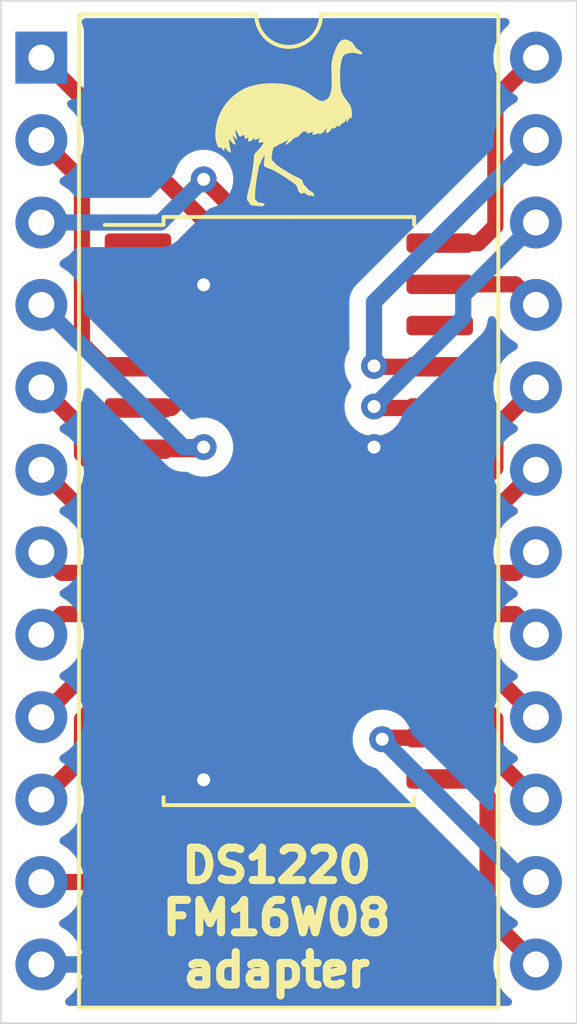
<source format=kicad_pcb>
(kicad_pcb (version 20171130) (host pcbnew "(5.1.6)-1")

  (general
    (thickness 1.6)
    (drawings 5)
    (tracks 93)
    (zones 0)
    (modules 3)
    (nets 25)
  )

  (page A4)
  (layers
    (0 F.Cu signal)
    (31 B.Cu signal)
    (32 B.Adhes user)
    (33 F.Adhes user)
    (34 B.Paste user)
    (35 F.Paste user)
    (36 B.SilkS user)
    (37 F.SilkS user)
    (38 B.Mask user)
    (39 F.Mask user)
    (40 Dwgs.User user)
    (41 Cmts.User user)
    (42 Eco1.User user)
    (43 Eco2.User user)
    (44 Edge.Cuts user)
    (45 Margin user)
    (46 B.CrtYd user)
    (47 F.CrtYd user)
    (48 B.Fab user)
    (49 F.Fab user)
  )

  (setup
    (last_trace_width 0.5)
    (user_trace_width 0.25)
    (user_trace_width 0.3)
    (user_trace_width 0.4)
    (user_trace_width 0.5)
    (trace_clearance 0.2)
    (zone_clearance 0.508)
    (zone_45_only no)
    (trace_min 0.2)
    (via_size 0.8)
    (via_drill 0.4)
    (via_min_size 0.4)
    (via_min_drill 0.3)
    (uvia_size 0.3)
    (uvia_drill 0.1)
    (uvias_allowed no)
    (uvia_min_size 0.2)
    (uvia_min_drill 0.1)
    (edge_width 0.05)
    (segment_width 0.2)
    (pcb_text_width 0.3)
    (pcb_text_size 1.5 1.5)
    (mod_edge_width 0.12)
    (mod_text_size 1 1)
    (mod_text_width 0.15)
    (pad_size 1.524 1.524)
    (pad_drill 0.762)
    (pad_to_mask_clearance 0.05)
    (aux_axis_origin 0 0)
    (visible_elements FFFFFF7F)
    (pcbplotparams
      (layerselection 0x010fc_ffffffff)
      (usegerberextensions false)
      (usegerberattributes true)
      (usegerberadvancedattributes true)
      (creategerberjobfile true)
      (excludeedgelayer true)
      (linewidth 0.020000)
      (plotframeref false)
      (viasonmask false)
      (mode 1)
      (useauxorigin false)
      (hpglpennumber 1)
      (hpglpenspeed 20)
      (hpglpendiameter 15.000000)
      (psnegative false)
      (psa4output false)
      (plotreference true)
      (plotvalue true)
      (plotinvisibletext false)
      (padsonsilk false)
      (subtractmaskfromsilk false)
      (outputformat 1)
      (mirror false)
      (drillshape 0)
      (scaleselection 1)
      (outputdirectory "gerber"))
  )

  (net 0 "")
  (net 1 "Net-(J1-Pad24)")
  (net 2 GND)
  (net 3 "Net-(J1-Pad23)")
  (net 4 "Net-(J1-Pad11)")
  (net 5 "Net-(J1-Pad22)")
  (net 6 "Net-(J1-Pad10)")
  (net 7 "Net-(J1-Pad21)")
  (net 8 "Net-(J1-Pad9)")
  (net 9 "Net-(J1-Pad20)")
  (net 10 "Net-(J1-Pad8)")
  (net 11 "Net-(J1-Pad19)")
  (net 12 "Net-(J1-Pad7)")
  (net 13 "Net-(J1-Pad18)")
  (net 14 "Net-(J1-Pad6)")
  (net 15 "Net-(J1-Pad17)")
  (net 16 "Net-(J1-Pad5)")
  (net 17 "Net-(J1-Pad16)")
  (net 18 "Net-(J1-Pad4)")
  (net 19 "Net-(J1-Pad15)")
  (net 20 "Net-(J1-Pad3)")
  (net 21 "Net-(J1-Pad14)")
  (net 22 "Net-(J1-Pad2)")
  (net 23 "Net-(J1-Pad13)")
  (net 24 "Net-(J1-Pad1)")

  (net_class Default "This is the default net class."
    (clearance 0.2)
    (trace_width 0.25)
    (via_dia 0.8)
    (via_drill 0.4)
    (uvia_dia 0.3)
    (uvia_drill 0.1)
    (add_net GND)
    (add_net "Net-(J1-Pad1)")
    (add_net "Net-(J1-Pad10)")
    (add_net "Net-(J1-Pad11)")
    (add_net "Net-(J1-Pad13)")
    (add_net "Net-(J1-Pad14)")
    (add_net "Net-(J1-Pad15)")
    (add_net "Net-(J1-Pad16)")
    (add_net "Net-(J1-Pad17)")
    (add_net "Net-(J1-Pad18)")
    (add_net "Net-(J1-Pad19)")
    (add_net "Net-(J1-Pad2)")
    (add_net "Net-(J1-Pad20)")
    (add_net "Net-(J1-Pad21)")
    (add_net "Net-(J1-Pad22)")
    (add_net "Net-(J1-Pad23)")
    (add_net "Net-(J1-Pad24)")
    (add_net "Net-(J1-Pad3)")
    (add_net "Net-(J1-Pad4)")
    (add_net "Net-(J1-Pad5)")
    (add_net "Net-(J1-Pad6)")
    (add_net "Net-(J1-Pad7)")
    (add_net "Net-(J1-Pad8)")
    (add_net "Net-(J1-Pad9)")
  )

  (module OSMU-Footprints:osmu_logo-6mm (layer F.Cu) (tedit 0) (tstamp 608EBFDB)
    (at 152.625 72)
    (fp_text reference G*** (at 0 0) (layer F.SilkS) hide
      (effects (font (size 1.524 1.524) (thickness 0.3)))
    )
    (fp_text value LOGO (at 0.75 0) (layer F.SilkS) hide
      (effects (font (size 1.524 1.524) (thickness 0.3)))
    )
    (fp_poly (pts (xy 1.7332 -2.55384) (xy 1.771212 -2.547933) (xy 1.789012 -2.543581) (xy 1.842396 -2.526179)
      (xy 1.889915 -2.504054) (xy 1.932122 -2.476949) (xy 1.934308 -2.475302) (xy 1.960168 -2.453267)
      (xy 1.980973 -2.429621) (xy 1.998967 -2.401687) (xy 2.004443 -2.391507) (xy 2.020979 -2.36086)
      (xy 2.036363 -2.335721) (xy 2.051983 -2.314557) (xy 2.069232 -2.295836) (xy 2.089499 -2.278026)
      (xy 2.114175 -2.259595) (xy 2.140088 -2.242009) (xy 2.174328 -2.218283) (xy 2.203563 -2.195671)
      (xy 2.227387 -2.174572) (xy 2.245395 -2.155386) (xy 2.257183 -2.13851) (xy 2.262346 -2.124345)
      (xy 2.262554 -2.121365) (xy 2.260816 -2.112589) (xy 2.254125 -2.108245) (xy 2.252056 -2.107668)
      (xy 2.241479 -2.106842) (xy 2.224795 -2.107764) (xy 2.203465 -2.110238) (xy 2.178951 -2.114067)
      (xy 2.152715 -2.119052) (xy 2.129692 -2.124162) (xy 2.110315 -2.12872) (xy 2.091482 -2.133057)
      (xy 2.075893 -2.136553) (xy 2.069123 -2.138012) (xy 2.054417 -2.141185) (xy 2.04035 -2.144378)
      (xy 2.035908 -2.145439) (xy 2.02878 -2.146977) (xy 2.019881 -2.148429) (xy 2.00787 -2.149957)
      (xy 1.991401 -2.151724) (xy 1.969133 -2.153892) (xy 1.95596 -2.155126) (xy 1.945453 -2.154947)
      (xy 1.928948 -2.153295) (xy 1.908064 -2.150437) (xy 1.884422 -2.146642) (xy 1.859642 -2.142175)
      (xy 1.835345 -2.137306) (xy 1.81315 -2.132302) (xy 1.804254 -2.13007) (xy 1.765805 -2.117427)
      (xy 1.731455 -2.100885) (xy 1.70212 -2.081052) (xy 1.678716 -2.058535) (xy 1.663581 -2.036668)
      (xy 1.659167 -2.026732) (xy 1.653198 -2.010796) (xy 1.64617 -1.990404) (xy 1.638578 -1.967098)
      (xy 1.630918 -1.942421) (xy 1.623685 -1.917914) (xy 1.617375 -1.895121) (xy 1.614386 -1.883507)
      (xy 1.605105 -1.841018) (xy 1.596647 -1.792001) (xy 1.589188 -1.73772) (xy 1.582902 -1.679437)
      (xy 1.578327 -1.623646) (xy 1.576888 -1.596978) (xy 1.575859 -1.564747) (xy 1.575219 -1.527903)
      (xy 1.574947 -1.487397) (xy 1.575023 -1.444179) (xy 1.575425 -1.399198) (xy 1.576133 -1.353405)
      (xy 1.577125 -1.30775) (xy 1.578381 -1.263183) (xy 1.57988 -1.220654) (xy 1.581601 -1.181113)
      (xy 1.583523 -1.145511) (xy 1.585626 -1.114796) (xy 1.587887 -1.08992) (xy 1.590288 -1.071833)
      (xy 1.590485 -1.070707) (xy 1.597068 -1.034926) (xy 1.602958 -1.005411) (xy 1.608607 -0.980698)
      (xy 1.614467 -0.959324) (xy 1.620991 -0.939822) (xy 1.62863 -0.92073) (xy 1.637837 -0.900582)
      (xy 1.649065 -0.877915) (xy 1.651502 -0.873127) (xy 1.663781 -0.849878) (xy 1.67691 -0.826739)
      (xy 1.691476 -0.802829) (xy 1.708068 -0.777267) (xy 1.727272 -0.749171) (xy 1.749677 -0.717661)
      (xy 1.775871 -0.681853) (xy 1.805894 -0.641597) (xy 1.824185 -0.61702) (xy 1.841518 -0.593312)
      (xy 1.857157 -0.571512) (xy 1.870366 -0.55266) (xy 1.880407 -0.537796) (xy 1.886543 -0.52796)
      (xy 1.887046 -0.527048) (xy 1.892749 -0.514637) (xy 1.899652 -0.496883) (xy 1.906951 -0.475997)
      (xy 1.913841 -0.454191) (xy 1.914944 -0.45045) (xy 1.924921 -0.411657) (xy 1.932104 -0.37265)
      (xy 1.936729 -0.331467) (xy 1.939035 -0.286144) (xy 1.939383 -0.248138) (xy 1.939158 -0.225783)
      (xy 1.938552 -0.209168) (xy 1.937266 -0.196218) (xy 1.935001 -0.184859) (xy 1.931457 -0.173015)
      (xy 1.926565 -0.159238) (xy 1.918914 -0.140273) (xy 1.91239 -0.128799) (xy 1.906596 -0.124645)
      (xy 1.901134 -0.127638) (xy 1.895608 -0.137604) (xy 1.892897 -0.144584) (xy 1.88855 -0.155489)
      (xy 1.884905 -0.162581) (xy 1.883385 -0.164123) (xy 1.879098 -0.160838) (xy 1.872324 -0.151949)
      (xy 1.863943 -0.13891) (xy 1.854831 -0.123171) (xy 1.845865 -0.106185) (xy 1.837924 -0.089403)
      (xy 1.837145 -0.087621) (xy 1.828131 -0.066879) (xy 1.821482 -0.052102) (xy 1.81648 -0.042069)
      (xy 1.81241 -0.035563) (xy 1.808554 -0.031363) (xy 1.804198 -0.028251) (xy 1.801222 -0.026502)
      (xy 1.793188 -0.022373) (xy 1.788658 -0.022692) (xy 1.784463 -0.027844) (xy 1.783968 -0.028597)
      (xy 1.780695 -0.037837) (xy 1.778086 -0.054224) (xy 1.776241 -0.077113) (xy 1.776103 -0.079715)
      (xy 1.775034 -0.097313) (xy 1.77381 -0.112041) (xy 1.772598 -0.122131) (xy 1.771756 -0.125664)
      (xy 1.768179 -0.126359) (xy 1.7632 -0.120989) (xy 1.757659 -0.110978) (xy 1.752395 -0.097748)
      (xy 1.749471 -0.087907) (xy 1.739935 -0.057471) (xy 1.728604 -0.033842) (xy 1.71505 -0.016133)
      (xy 1.714934 -0.016015) (xy 1.701716 -0.005174) (xy 1.685458 0.004586) (xy 1.668849 0.011913)
      (xy 1.654579 0.015455) (xy 1.652024 0.015593) (xy 1.64598 0.016761) (xy 1.639498 0.020948)
      (xy 1.631349 0.029244) (xy 1.620304 0.042736) (xy 1.617825 0.045916) (xy 1.600354 0.06821)
      (xy 1.586611 0.085084) (xy 1.575703 0.097423) (xy 1.56674 0.106111) (xy 1.55883 0.112033)
      (xy 1.551081 0.116074) (xy 1.544729 0.118437) (xy 1.532939 0.121776) (xy 1.525722 0.121397)
      (xy 1.521538 0.116114) (xy 1.518847 0.104743) (xy 1.517766 0.097693) (xy 1.515138 0.08274)
      (xy 1.512118 0.075233) (xy 1.50782 0.074815) (xy 1.501355 0.081133) (xy 1.495489 0.088792)
      (xy 1.48595 0.100525) (xy 1.472941 0.114889) (xy 1.458825 0.12931) (xy 1.454522 0.133457)
      (xy 1.428911 0.156324) (xy 1.407317 0.172564) (xy 1.389669 0.182207) (xy 1.375898 0.185287)
      (xy 1.365931 0.181835) (xy 1.361328 0.175846) (xy 1.356643 0.165467) (xy 1.35397 0.158262)
      (xy 1.352153 0.154901) (xy 1.348992 0.155196) (xy 1.343318 0.15987) (xy 1.333959 0.169648)
      (xy 1.331854 0.171939) (xy 1.320928 0.184268) (xy 1.307214 0.200322) (xy 1.292759 0.217683)
      (xy 1.283672 0.228851) (xy 1.257391 0.259566) (xy 1.233295 0.283453) (xy 1.210769 0.300981)
      (xy 1.189195 0.312619) (xy 1.167958 0.318833) (xy 1.164497 0.319363) (xy 1.15361 0.319971)
      (xy 1.148054 0.317648) (xy 1.146602 0.315183) (xy 1.146586 0.309521) (xy 1.147983 0.297524)
      (xy 1.150591 0.280505) (xy 1.15421 0.259775) (xy 1.158636 0.236648) (xy 1.158724 0.236212)
      (xy 1.164593 0.205806) (xy 1.168398 0.182852) (xy 1.169918 0.167209) (xy 1.168931 0.158733)
      (xy 1.165213 0.157283) (xy 1.158542 0.162714) (xy 1.148696 0.174885) (xy 1.135453 0.193653)
      (xy 1.122497 0.212969) (xy 1.103923 0.240464) (xy 1.088321 0.262219) (xy 1.074789 0.279281)
      (xy 1.062429 0.2927) (xy 1.050341 0.303525) (xy 1.037623 0.312805) (xy 1.035802 0.314001)
      (xy 1.017043 0.325715) (xy 1.001483 0.334084) (xy 0.986142 0.340545) (xy 0.969108 0.346213)
      (xy 0.954203 0.35033) (xy 0.944951 0.351197) (xy 0.939725 0.348412) (xy 0.936897 0.341567)
      (xy 0.93615 0.338016) (xy 0.933582 0.328999) (xy 0.930574 0.324465) (xy 0.930073 0.324339)
      (xy 0.925325 0.325511) (xy 0.914524 0.328744) (xy 0.899031 0.333615) (xy 0.880201 0.3397)
      (xy 0.868652 0.343498) (xy 0.837135 0.353665) (xy 0.811834 0.361161) (xy 0.791696 0.366194)
      (xy 0.775671 0.368972) (xy 0.762709 0.369702) (xy 0.751757 0.368592) (xy 0.747137 0.36753)
      (xy 0.737156 0.363983) (xy 0.731343 0.360255) (xy 0.730738 0.358982) (xy 0.731921 0.351664)
      (xy 0.73499 0.339446) (xy 0.739222 0.324795) (xy 0.743898 0.310178) (xy 0.748295 0.298062)
      (xy 0.749157 0.295968) (xy 0.752537 0.286249) (xy 0.753394 0.279805) (xy 0.753015 0.278882)
      (xy 0.74863 0.279228) (xy 0.73851 0.281965) (xy 0.724195 0.286629) (xy 0.708442 0.292299)
      (xy 0.673466 0.305227) (xy 0.644913 0.315315) (xy 0.622002 0.322751) (xy 0.603951 0.327721)
      (xy 0.589979 0.330412) (xy 0.579303 0.331012) (xy 0.571142 0.329708) (xy 0.564723 0.326692)
      (xy 0.55933 0.322338) (xy 0.556365 0.316724) (xy 0.555122 0.307569) (xy 0.554892 0.294941)
      (xy 0.554908 0.284414) (xy 0.554213 0.276988) (xy 0.551696 0.272319) (xy 0.546245 0.270064)
      (xy 0.536748 0.269877) (xy 0.522095 0.271416) (xy 0.501173 0.274335) (xy 0.492369 0.27559)
      (xy 0.464277 0.280041) (xy 0.442305 0.284992) (xy 0.42477 0.291326) (xy 0.409986 0.299928)
      (xy 0.396268 0.311682) (xy 0.381931 0.327472) (xy 0.373259 0.338087) (xy 0.344205 0.372175)
      (xy 0.316793 0.399424) (xy 0.290255 0.42043) (xy 0.26382 0.43579) (xy 0.23672 0.446098)
      (xy 0.232189 0.447339) (xy 0.214079 0.452389) (xy 0.198615 0.457759) (xy 0.184644 0.464235)
      (xy 0.171011 0.472608) (xy 0.156562 0.483666) (xy 0.140144 0.498196) (xy 0.120602 0.516987)
      (xy 0.099815 0.537763) (xy 0.076095 0.560245) (xy 0.048677 0.583878) (xy 0.020003 0.606687)
      (xy -0.007487 0.626698) (xy -0.022228 0.636434) (xy -0.03312 0.643602) (xy -0.040949 0.649351)
      (xy -0.04372 0.652045) (xy -0.04737 0.654922) (xy -0.05589 0.660275) (xy -0.067231 0.666941)
      (xy -0.079346 0.673757) (xy -0.090187 0.679562) (xy -0.097706 0.683194) (xy -0.099749 0.683846)
      (xy -0.099642 0.680691) (xy -0.097025 0.672684) (xy -0.092778 0.662018) (xy -0.087782 0.650884)
      (xy -0.082916 0.641472) (xy -0.082312 0.640445) (xy -0.077366 0.632685) (xy -0.069351 0.620622)
      (xy -0.059676 0.606363) (xy -0.055402 0.600149) (xy -0.044483 0.582769) (xy -0.035196 0.565048)
      (xy -0.028264 0.54868) (xy -0.024408 0.535364) (xy -0.024287 0.52697) (xy -0.027846 0.526942)
      (xy -0.035811 0.530784) (xy -0.045036 0.536699) (xy -0.069609 0.553844) (xy -0.089309 0.567271)
      (xy -0.105571 0.57788) (xy -0.119828 0.586568) (xy -0.133513 0.594234) (xy -0.148062 0.601778)
      (xy -0.152105 0.603801) (xy -0.170033 0.612486) (xy -0.192415 0.622975) (xy -0.216513 0.634004)
      (xy -0.239593 0.644307) (xy -0.241675 0.645221) (xy -0.28744 0.666427) (xy -0.327143 0.687432)
      (xy -0.362453 0.709162) (xy -0.382587 0.723196) (xy -0.395408 0.73211) (xy -0.406296 0.738883)
      (xy -0.413397 0.742387) (xy -0.414534 0.742633) (xy -0.421508 0.744052) (xy -0.43215 0.747383)
      (xy -0.435708 0.748672) (xy -0.447877 0.752739) (xy -0.458492 0.75548) (xy -0.460405 0.755809)
      (xy -0.469062 0.758243) (xy -0.473032 0.760638) (xy -0.475593 0.76604) (xy -0.479437 0.777749)
      (xy -0.484218 0.794428) (xy -0.489587 0.81474) (xy -0.495197 0.83735) (xy -0.500701 0.860919)
      (xy -0.50575 0.884113) (xy -0.507938 0.894862) (xy -0.517923 0.950065) (xy -0.525047 1.000268)
      (xy -0.529299 1.045108) (xy -0.53067 1.084221) (xy -0.529148 1.117244) (xy -0.524724 1.143814)
      (xy -0.517386 1.163567) (xy -0.515709 1.166445) (xy -0.508437 1.174779) (xy -0.497037 1.184493)
      (xy -0.486489 1.191846) (xy -0.467 1.207052) (xy -0.4518 1.226467) (xy -0.451044 1.227688)
      (xy -0.438312 1.245112) (xy -0.420041 1.265425) (xy -0.39742 1.287539) (xy -0.371638 1.310364)
      (xy -0.343883 1.332813) (xy -0.315343 1.353796) (xy -0.307526 1.359157) (xy -0.279846 1.377516)
      (xy -0.246613 1.399037) (xy -0.208977 1.423014) (xy -0.168086 1.44874) (xy -0.12509 1.475508)
      (xy -0.081137 1.502612) (xy -0.037377 1.529345) (xy 0.005042 1.554999) (xy 0.04497 1.578869)
      (xy 0.081258 1.600246) (xy 0.112758 1.618425) (xy 0.127 1.626455) (xy 0.148021 1.637673)
      (xy 0.172515 1.64997) (xy 0.196715 1.661483) (xy 0.209062 1.667037) (xy 0.237099 1.67964)
      (xy 0.266046 1.693282) (xy 0.294646 1.707315) (xy 0.321644 1.721092) (xy 0.345781 1.733966)
      (xy 0.365801 1.745291) (xy 0.380448 1.75442) (xy 0.384748 1.757483) (xy 0.398386 1.769594)
      (xy 0.406366 1.781462) (xy 0.408729 1.787813) (xy 0.415604 1.808246) (xy 0.425193 1.832895)
      (xy 0.436403 1.859149) (xy 0.448139 1.884398) (xy 0.454497 1.897052) (xy 0.462691 1.911872)
      (xy 0.471228 1.92482) (xy 0.481327 1.937303) (xy 0.494212 1.950726) (xy 0.511102 1.966494)
      (xy 0.527332 1.980879) (xy 0.549167 2.003506) (xy 0.562956 2.024676) (xy 0.575236 2.043025)
      (xy 0.593837 2.062813) (xy 0.617628 2.083116) (xy 0.645479 2.103013) (xy 0.67626 2.12158)
      (xy 0.691429 2.12959) (xy 0.721825 2.148906) (xy 0.746604 2.173081) (xy 0.765242 2.201418)
      (xy 0.777209 2.233219) (xy 0.780041 2.246943) (xy 0.781118 2.260378) (xy 0.778521 2.267929)
      (xy 0.77144 2.270049) (xy 0.759063 2.267194) (xy 0.749995 2.263785) (xy 0.71838 2.253671)
      (xy 0.68746 2.248789) (xy 0.661793 2.249218) (xy 0.639725 2.248794) (xy 0.614088 2.243225)
      (xy 0.586555 2.233166) (xy 0.5588 2.219266) (xy 0.532496 2.202179) (xy 0.52386 2.195498)
      (xy 0.509292 2.183806) (xy 0.494443 2.172106) (xy 0.480625 2.161405) (xy 0.469149 2.15271)
      (xy 0.461329 2.147029) (xy 0.458525 2.145323) (xy 0.456387 2.148527) (xy 0.452679 2.156427)
      (xy 0.451864 2.158344) (xy 0.441554 2.174855) (xy 0.427405 2.184691) (xy 0.409814 2.187599)
      (xy 0.4064 2.187375) (xy 0.3839 2.182049) (xy 0.360256 2.17113) (xy 0.337448 2.156034)
      (xy 0.317458 2.138177) (xy 0.302266 2.118973) (xy 0.297061 2.109247) (xy 0.292952 2.097836)
      (xy 0.288241 2.081545) (xy 0.283712 2.063187) (xy 0.282035 2.055446) (xy 0.27185 2.015056)
      (xy 0.258909 1.980792) (xy 0.242417 1.951217) (xy 0.22158 1.924893) (xy 0.197081 1.901624)
      (xy 0.176343 1.884925) (xy 0.149603 1.864731) (xy 0.117592 1.841517) (xy 0.08104 1.815758)
      (xy 0.040679 1.787928) (xy -0.002761 1.758502) (xy -0.048549 1.727954) (xy -0.095954 1.69676)
      (xy -0.144246 1.665394) (xy -0.192694 1.63433) (xy -0.240567 1.604043) (xy -0.287134 1.575007)
      (xy -0.331665 1.547698) (xy -0.373429 1.52259) (xy -0.411696 1.500157) (xy -0.445734 1.480874)
      (xy -0.474812 1.465216) (xy -0.474833 1.465205) (xy -0.502004 1.452326) (xy -0.533116 1.439574)
      (xy -0.564419 1.428463) (xy -0.570572 1.42651) (xy -0.614645 1.412372) (xy -0.651681 1.399394)
      (xy -0.682315 1.387243) (xy -0.707184 1.375587) (xy -0.72692 1.364095) (xy -0.742161 1.352434)
      (xy -0.75354 1.340273) (xy -0.761694 1.32728) (xy -0.762134 1.326386) (xy -0.766574 1.31599)
      (xy -0.768797 1.306312) (xy -0.769161 1.294492) (xy -0.768103 1.278601) (xy -0.7662 1.258973)
      (xy -0.763403 1.233346) (xy -0.759929 1.20346) (xy -0.755994 1.171054) (xy -0.751814 1.137864)
      (xy -0.747607 1.105631) (xy -0.743588 1.076092) (xy -0.739973 1.050985) (xy -0.738822 1.043424)
      (xy -0.736052 1.024906) (xy -0.733932 1.009421) (xy -0.732655 0.998468) (xy -0.732411 0.99355)
      (xy -0.732461 0.993437) (xy -0.735092 0.995895) (xy -0.741266 1.003643) (xy -0.750136 1.0155)
      (xy -0.760858 1.030287) (xy -0.772588 1.046824) (xy -0.78448 1.063933) (xy -0.795691 1.080433)
      (xy -0.805375 1.095146) (xy -0.805993 1.096108) (xy -0.824023 1.125993) (xy -0.838092 1.153852)
      (xy -0.849713 1.183024) (xy -0.859807 1.2148) (xy -0.8657 1.234429) (xy -0.870565 1.248323)
      (xy -0.87531 1.258316) (xy -0.880843 1.266246) (xy -0.888072 1.273947) (xy -0.889961 1.275776)
      (xy -0.896633 1.282881) (xy -0.902521 1.291045) (xy -0.907875 1.301089) (xy -0.912948 1.313834)
      (xy -0.917991 1.3301) (xy -0.923255 1.350709) (xy -0.928993 1.376481) (xy -0.935454 1.408237)
      (xy -0.942892 1.446797) (xy -0.943759 1.451378) (xy -0.966238 1.574095) (xy -0.985891 1.689554)
      (xy -1.002722 1.79778) (xy -1.016734 1.898801) (xy -1.02793 1.992642) (xy -1.036314 2.07933)
      (xy -1.041889 2.158893) (xy -1.044658 2.231356) (xy -1.044982 2.258646) (xy -1.045055 2.291889)
      (xy -1.044762 2.31845) (xy -1.04373 2.339464) (xy -1.041584 2.356065) (xy -1.037952 2.369386)
      (xy -1.032458 2.380563) (xy -1.024731 2.390728) (xy -1.014395 2.401016) (xy -1.001077 2.412561)
      (xy -0.991666 2.420425) (xy -0.975229 2.433698) (xy -0.959253 2.445836) (xy -0.945529 2.455525)
      (xy -0.935849 2.461448) (xy -0.935604 2.461572) (xy -0.923141 2.466151) (xy -0.904319 2.470872)
      (xy -0.880576 2.4754) (xy -0.866798 2.477562) (xy -0.83718 2.482017) (xy -0.814187 2.485796)
      (xy -0.796688 2.489156) (xy -0.783548 2.492351) (xy -0.773634 2.495637) (xy -0.765814 2.499269)
      (xy -0.762878 2.500961) (xy -0.752722 2.51038) (xy -0.75006 2.52178) (xy -0.754895 2.535236)
      (xy -0.764388 2.547782) (xy -0.773582 2.55681) (xy -0.783571 2.563799) (xy -0.795308 2.568878)
      (xy -0.809751 2.572175) (xy -0.827855 2.573818) (xy -0.850575 2.573937) (xy -0.878866 2.572658)
      (xy -0.913684 2.57011) (xy -0.924169 2.569235) (xy -0.969551 2.565352) (xy -1.00786 2.562011)
      (xy -1.039814 2.559132) (xy -1.06613 2.556632) (xy -1.087526 2.554433) (xy -1.104719 2.552452)
      (xy -1.118428 2.550609) (xy -1.12937 2.548823) (xy -1.138262 2.547014) (xy -1.145823 2.545101)
      (xy -1.150298 2.543784) (xy -1.170066 2.53645) (xy -1.183918 2.527653) (xy -1.193745 2.515555)
      (xy -1.201437 2.498318) (xy -1.203569 2.492001) (xy -1.213441 2.467829) (xy -1.226148 2.449411)
      (xy -1.243088 2.434819) (xy -1.246826 2.432367) (xy -1.260678 2.419698) (xy -1.272516 2.400492)
      (xy -1.277721 2.388902) (xy -1.281147 2.378083) (xy -1.283254 2.365666) (xy -1.2845 2.349284)
      (xy -1.285047 2.335973) (xy -1.285219 2.315078) (xy -1.284487 2.293718) (xy -1.283001 2.275158)
      (xy -1.281959 2.267588) (xy -1.280149 2.258632) (xy -1.276659 2.242924) (xy -1.271687 2.221302)
      (xy -1.265431 2.194602) (xy -1.258088 2.163658) (xy -1.249855 2.129307) (xy -1.24093 2.092385)
      (xy -1.231512 2.053729) (xy -1.229062 2.043723) (xy -1.214516 1.984162) (xy -1.201702 1.931076)
      (xy -1.190409 1.883373) (xy -1.180422 1.839958) (xy -1.171529 1.799737) (xy -1.163518 1.761617)
      (xy -1.156175 1.724505) (xy -1.149288 1.687305) (xy -1.142645 1.648926) (xy -1.136032 1.608272)
      (xy -1.129237 1.56425) (xy -1.122048 1.515767) (xy -1.11425 1.461729) (xy -1.109816 1.430586)
      (xy -1.102577 1.379147) (xy -1.096467 1.334721) (xy -1.091406 1.296597) (xy -1.087313 1.264068)
      (xy -1.084109 1.236425) (xy -1.081713 1.212958) (xy -1.080045 1.192958) (xy -1.079024 1.175717)
      (xy -1.078569 1.160525) (xy -1.078528 1.154621) (xy -1.077104 1.115914) (xy -1.073066 1.076761)
      (xy -1.066748 1.038984) (xy -1.058485 1.004406) (xy -1.048612 0.974851) (xy -1.043302 0.962783)
      (xy -1.034314 0.947386) (xy -1.023178 0.932402) (xy -1.015031 0.923707) (xy -0.982461 0.892693)
      (xy -0.949284 0.85873) (xy -0.916359 0.822859) (xy -0.884547 0.786124) (xy -0.854706 0.749566)
      (xy -0.827697 0.714227) (xy -0.804378 0.68115) (xy -0.78561 0.651377) (xy -0.776123 0.634023)
      (xy -0.765776 0.613508) (xy -0.837157 0.613502) (xy -0.863575 0.613393) (xy -0.883431 0.613004)
      (xy -0.897977 0.612234) (xy -0.908465 0.610983) (xy -0.916147 0.60915) (xy -0.922215 0.606663)
      (xy -0.931211 0.601) (xy -0.936215 0.594328) (xy -0.937022 0.585755) (xy -0.933424 0.574391)
      (xy -0.925216 0.559344) (xy -0.912189 0.539721) (xy -0.90404 0.528242) (xy -0.893867 0.513811)
      (xy -0.884942 0.500616) (xy -0.878648 0.490724) (xy -0.877047 0.48791) (xy -0.871654 0.477588)
      (xy -0.929474 0.494665) (xy -0.958117 0.503274) (xy -0.98037 0.51036) (xy -0.997407 0.516367)
      (xy -1.010403 0.521738) (xy -1.02053 0.526917) (xy -1.028697 0.532158) (xy -1.040364 0.53761)
      (xy -1.049284 0.536539) (xy -1.054624 0.53) (xy -1.055547 0.519048) (xy -1.051219 0.504737)
      (xy -1.050917 0.504093) (xy -1.044828 0.490015) (xy -1.039984 0.476479) (xy -1.037009 0.465507)
      (xy -1.036525 0.45912) (xy -1.036856 0.458488) (xy -1.040809 0.459932) (xy -1.050342 0.466149)
      (xy -1.065075 0.476854) (xy -1.08463 0.491762) (xy -1.108628 0.510589) (xy -1.136691 0.533049)
      (xy -1.145327 0.540032) (xy -1.166747 0.556781) (xy -1.184005 0.568676) (xy -1.198443 0.576416)
      (xy -1.211403 0.580696) (xy -1.224227 0.582213) (xy -1.226668 0.582246) (xy -1.238996 0.580755)
      (xy -1.246766 0.575527) (xy -1.248286 0.573561) (xy -1.251696 0.567323) (xy -1.253558 0.559639)
      (xy -1.253848 0.549175) (xy -1.252541 0.534598) (xy -1.249612 0.514574) (xy -1.246864 0.498231)
      (xy -1.244153 0.480673) (xy -1.242487 0.465933) (xy -1.24202 0.455711) (xy -1.242687 0.451839)
      (xy -1.247073 0.452482) (xy -1.256463 0.456906) (xy -1.269473 0.464389) (xy -1.281953 0.472354)
      (xy -1.302379 0.485117) (xy -1.318093 0.492913) (xy -1.330111 0.496088) (xy -1.339453 0.494987)
      (xy -1.343118 0.49315) (xy -1.349519 0.485082) (xy -1.355358 0.469555) (xy -1.360532 0.446913)
      (xy -1.363994 0.42485) (xy -1.366668 0.408105) (xy -1.36969 0.394172) (xy -1.372606 0.384958)
      (xy -1.374114 0.38249) (xy -1.377828 0.380762) (xy -1.383578 0.38077) (xy -1.392293 0.382811)
      (xy -1.404901 0.387184) (xy -1.422331 0.394187) (xy -1.445512 0.40412) (xy -1.456911 0.409116)
      (xy -1.476458 0.417629) (xy -1.490234 0.423263) (xy -1.499581 0.426377) (xy -1.505842 0.427329)
      (xy -1.510358 0.426479) (xy -1.514137 0.424406) (xy -1.518856 0.419181) (xy -1.526472 0.408265)
      (xy -1.536219 0.392867) (xy -1.547329 0.374198) (xy -1.558424 0.354575) (xy -1.575189 0.324305)
      (xy -1.588847 0.299996) (xy -1.599975 0.280716) (xy -1.609149 0.265532) (xy -1.616947 0.253512)
      (xy -1.623944 0.243723) (xy -1.630718 0.235235) (xy -1.636009 0.22915) (xy -1.645219 0.21945)
      (xy -1.650816 0.215316) (xy -1.653878 0.216067) (xy -1.654568 0.217401) (xy -1.656047 0.22777)
      (xy -1.655376 0.2448) (xy -1.652685 0.267675) (xy -1.648101 0.295578) (xy -1.641754 0.327696)
      (xy -1.633772 0.363211) (xy -1.627494 0.388816) (xy -1.620981 0.416372) (xy -1.615552 0.44296)
      (xy -1.611364 0.467431) (xy -1.608575 0.488636) (xy -1.607343 0.505425) (xy -1.607827 0.51665)
      (xy -1.609368 0.520685) (xy -1.614174 0.522174) (xy -1.620513 0.51716) (xy -1.621252 0.516323)
      (xy -1.641474 0.492122) (xy -1.661571 0.466106) (xy -1.67763 0.444063) (xy -1.688279 0.429672)
      (xy -1.698219 0.417136) (xy -1.706001 0.408244) (xy -1.708892 0.40551) (xy -1.71783 0.400623)
      (xy -1.726827 0.398826) (xy -1.733323 0.40031) (xy -1.735015 0.403586) (xy -1.733737 0.408538)
      (xy -1.730148 0.419749) (xy -1.724618 0.436136) (xy -1.717515 0.456618) (xy -1.709209 0.48011)
      (xy -1.703372 0.496394) (xy -1.688781 0.536923) (xy -1.676666 0.570737) (xy -1.666836 0.598467)
      (xy -1.6591 0.620744) (xy -1.653268 0.638199) (xy -1.64915 0.651464) (xy -1.646556 0.66117)
      (xy -1.645294 0.667948) (xy -1.645175 0.672429) (xy -1.646009 0.675245) (xy -1.647604 0.677026)
      (xy -1.648677 0.677756) (xy -1.654603 0.67759) (xy -1.665212 0.674031) (xy -1.67867 0.667997)
      (xy -1.693144 0.660408) (xy -1.706798 0.652185) (xy -1.7178 0.644245) (xy -1.720785 0.641607)
      (xy -1.728801 0.633368) (xy -1.740446 0.620659) (xy -1.754346 0.605012) (xy -1.769128 0.587961)
      (xy -1.773999 0.582246) (xy -1.791787 0.561683) (xy -1.808026 0.543667) (xy -1.821967 0.528977)
      (xy -1.832857 0.518391) (xy -1.839948 0.512687) (xy -1.841865 0.511908) (xy -1.843742 0.51529)
      (xy -1.846687 0.523831) (xy -1.848111 0.528681) (xy -1.850098 0.53811) (xy -1.850702 0.548702)
      (xy -1.849871 0.562422) (xy -1.847555 0.581238) (xy -1.846548 0.588274) (xy -1.833556 0.670546)
      (xy -1.819416 0.747693) (xy -1.805054 0.815409) (xy -1.799905 0.838781) (xy -1.795374 0.860924)
      (xy -1.791784 0.880129) (xy -1.789459 0.894687) (xy -1.788749 0.901378) (xy -1.788428 0.912642)
      (xy -1.789631 0.917991) (xy -1.793298 0.919306) (xy -1.797493 0.918881) (xy -1.815638 0.914263)
      (xy -1.836077 0.905939) (xy -1.855321 0.89546) (xy -1.864406 0.889128) (xy -1.874951 0.879121)
      (xy -1.886914 0.865103) (xy -1.897914 0.849896) (xy -1.899138 0.847995) (xy -1.912611 0.827424)
      (xy -1.925168 0.809526) (xy -1.936059 0.795273) (xy -1.944536 0.78564) (xy -1.949847 0.781602)
      (xy -1.95029 0.781539) (xy -1.955746 0.779338) (xy -1.964353 0.773851) (xy -1.967176 0.771769)
      (xy -1.975763 0.765653) (xy -1.981644 0.76225) (xy -1.982546 0.762) (xy -1.983486 0.765669)
      (xy -1.984271 0.775724) (xy -1.984831 0.790735) (xy -1.985096 0.809272) (xy -1.985108 0.814336)
      (xy -1.985262 0.83628) (xy -1.985805 0.851562) (xy -1.986858 0.86133) (xy -1.98854 0.866732)
      (xy -1.990818 0.868863) (xy -1.995676 0.867061) (xy -2.004091 0.860559) (xy -2.014715 0.850743)
      (xy -2.0262 0.839) (xy -2.037201 0.826715) (xy -2.046369 0.815276) (xy -2.052358 0.806068)
      (xy -2.05289 0.804985) (xy -2.058102 0.795313) (xy -2.062153 0.789354) (xy -2.06733 0.782382)
      (xy -2.074226 0.772418) (xy -2.075964 0.769816) (xy -2.085901 0.758817) (xy -2.096819 0.755216)
      (xy -2.109676 0.758871) (xy -2.117517 0.763641) (xy -2.133716 0.771946) (xy -2.147833 0.772813)
      (xy -2.16019 0.766243) (xy -2.163014 0.76347) (xy -2.171275 0.752365) (xy -2.181065 0.73585)
      (xy -2.191407 0.715916) (xy -2.201321 0.694555) (xy -2.209829 0.673758) (xy -2.215794 0.656071)
      (xy -2.230345 0.602932) (xy -2.241814 0.55516) (xy -2.250438 0.511047) (xy -2.256455 0.468885)
      (xy -2.260101 0.426964) (xy -2.261613 0.383578) (xy -2.26123 0.337018) (xy -2.26104 0.3302)
      (xy -2.254186 0.227109) (xy -2.239931 0.123288) (xy -2.218529 0.01959) (xy -2.190235 -0.083134)
      (xy -2.155301 -0.184034) (xy -2.113982 -0.282257) (xy -2.066531 -0.376952) (xy -2.032823 -0.435707)
      (xy -2.02187 -0.453293) (xy -2.008625 -0.473706) (xy -1.993837 -0.495874) (xy -1.978258 -0.518725)
      (xy -1.96264 -0.541187) (xy -1.947732 -0.562187) (xy -1.934286 -0.580655) (xy -1.923053 -0.595516)
      (xy -1.914784 -0.605701) (xy -1.91101 -0.6096) (xy -1.907662 -0.613308) (xy -1.900616 -0.621674)
      (xy -1.891069 -0.633266) (xy -1.884869 -0.640888) (xy -1.865207 -0.664033) (xy -1.841224 -0.69048)
      (xy -1.814592 -0.718513) (xy -1.786981 -0.746418) (xy -1.760064 -0.772479) (xy -1.735512 -0.794982)
      (xy -1.730009 -0.79979) (xy -1.715191 -0.812626) (xy -1.702562 -0.823639) (xy -1.693275 -0.831818)
      (xy -1.68848 -0.836155) (xy -1.688123 -0.836514) (xy -1.683617 -0.840411) (xy -1.67403 -0.847936)
      (xy -1.660624 -0.858154) (xy -1.644661 -0.870125) (xy -1.627402 -0.882914) (xy -1.610111 -0.895582)
      (xy -1.594047 -0.907192) (xy -1.580474 -0.916806) (xy -1.574522 -0.920908) (xy -1.490186 -0.974493)
      (xy -1.404458 -1.021854) (xy -1.31843 -1.062412) (xy -1.272522 -1.081171) (xy -1.200039 -1.106769)
      (xy -1.121641 -1.130048) (xy -1.038975 -1.150659) (xy -0.953689 -1.168248) (xy -0.867431 -1.182466)
      (xy -0.78185 -1.192962) (xy -0.724877 -1.197795) (xy -0.707558 -1.199104) (xy -0.691905 -1.200503)
      (xy -0.680521 -1.201753) (xy -0.677985 -1.202118) (xy -0.66902 -1.202922) (xy -0.653349 -1.203619)
      (xy -0.632079 -1.204207) (xy -0.606321 -1.204682) (xy -0.577181 -1.205039) (xy -0.545768 -1.205276)
      (xy -0.513191 -1.205389) (xy -0.480558 -1.205375) (xy -0.448978 -1.205229) (xy -0.419558 -1.204948)
      (xy -0.393407 -1.20453) (xy -0.371634 -1.203969) (xy -0.355347 -1.203263) (xy -0.353646 -1.203157)
      (xy -0.240432 -1.193021) (xy -0.127041 -1.177498) (xy -0.016713 -1.157035) (xy -0.013407 -1.156333)
      (xy 0.005099 -1.152401) (xy 0.022584 -1.14871) (xy 0.036429 -1.145811) (xy 0.04139 -1.144786)
      (xy 0.051473 -1.142385) (xy 0.06689 -1.138312) (xy 0.085489 -1.133151) (xy 0.103913 -1.12784)
      (xy 0.158278 -1.111481) (xy 0.206492 -1.096075) (xy 0.250067 -1.081044) (xy 0.290516 -1.065814)
      (xy 0.329354 -1.049807) (xy 0.368092 -1.032447) (xy 0.408245 -1.013159) (xy 0.418428 -1.008095)
      (xy 0.437323 -0.9984) (xy 0.45765 -0.987561) (xy 0.47821 -0.976265) (xy 0.497805 -0.965199)
      (xy 0.515234 -0.955049) (xy 0.529299 -0.946502) (xy 0.538801 -0.940245) (xy 0.542518 -0.937026)
      (xy 0.546969 -0.933956) (xy 0.547356 -0.933938) (xy 0.551418 -0.931904) (xy 0.560448 -0.926454)
      (xy 0.572949 -0.918567) (xy 0.587426 -0.909221) (xy 0.602382 -0.899396) (xy 0.616323 -0.890069)
      (xy 0.627753 -0.882219) (xy 0.635175 -0.876825) (xy 0.636954 -0.875317) (xy 0.641114 -0.872117)
      (xy 0.649461 -0.866285) (xy 0.654538 -0.862856) (xy 0.670269 -0.852159) (xy 0.687821 -0.839922)
      (xy 0.70506 -0.827662) (xy 0.71985 -0.816897) (xy 0.72923 -0.809797) (xy 0.746135 -0.797049)
      (xy 0.769407 -0.780359) (xy 0.798781 -0.759915) (xy 0.833988 -0.735906) (xy 0.836246 -0.734379)
      (xy 0.878119 -0.708262) (xy 0.919414 -0.686722) (xy 0.958733 -0.670433) (xy 0.986329 -0.662006)
      (xy 1.019289 -0.657698) (xy 1.054629 -0.660589) (xy 1.091845 -0.670616) (xy 1.110268 -0.677963)
      (xy 1.149185 -0.697399) (xy 1.181774 -0.719131) (xy 1.209021 -0.744238) (xy 1.231915 -0.773797)
      (xy 1.251441 -0.808885) (xy 1.268586 -0.850578) (xy 1.268707 -0.850916) (xy 1.280792 -0.88597)
      (xy 1.291006 -0.918906) (xy 1.299495 -0.950794) (xy 1.306401 -0.982704) (xy 1.311871 -1.015706)
      (xy 1.316049 -1.050868) (xy 1.31908 -1.089261) (xy 1.321108 -1.131954) (xy 1.322278 -1.180017)
      (xy 1.322734 -1.234519) (xy 1.322754 -1.250461) (xy 1.322679 -1.284533) (xy 1.322466 -1.321381)
      (xy 1.322128 -1.360204) (xy 1.321682 -1.400201) (xy 1.321143 -1.44057) (xy 1.320525 -1.480508)
      (xy 1.319844 -1.519214) (xy 1.319115 -1.555886) (xy 1.318354 -1.589723) (xy 1.317575 -1.619922)
      (xy 1.316793 -1.645682) (xy 1.316025 -1.666201) (xy 1.315285 -1.680677) (xy 1.314587 -1.688309)
      (xy 1.314448 -1.688968) (xy 1.313998 -1.695433) (xy 1.314187 -1.708171) (xy 1.314913 -1.725677)
      (xy 1.316076 -1.746444) (xy 1.317573 -1.768965) (xy 1.319303 -1.791734) (xy 1.321166 -1.813246)
      (xy 1.32306 -1.831992) (xy 1.324882 -1.846468) (xy 1.325169 -1.848338) (xy 1.336111 -1.909074)
      (xy 1.349694 -1.970752) (xy 1.365624 -2.03264) (xy 1.383606 -2.094005) (xy 1.403347 -2.154112)
      (xy 1.424552 -2.21223) (xy 1.446926 -2.267624) (xy 1.470175 -2.319562) (xy 1.494005 -2.36731)
      (xy 1.518121 -2.410136) (xy 1.542229 -2.447305) (xy 1.566035 -2.478085) (xy 1.586523 -2.499325)
      (xy 1.600805 -2.511999) (xy 1.611844 -2.520893) (xy 1.62198 -2.527695) (xy 1.633551 -2.534095)
      (xy 1.637323 -2.536024) (xy 1.667303 -2.547938) (xy 1.698913 -2.55386) (xy 1.7332 -2.55384)) (layer F.SilkS) (width 0.01))
  )

  (module Package_SO:SOIC-28W_7.5x17.9mm_P1.27mm (layer F.Cu) (tedit 5D9F72B1) (tstamp 608E845D)
    (at 152.625 83.97)
    (descr "SOIC, 28 Pin (JEDEC MS-013AE, https://www.analog.com/media/en/package-pcb-resources/package/35833120341221rw_28.pdf), generated with kicad-footprint-generator ipc_gullwing_generator.py")
    (tags "SOIC SO")
    (path /608E740F)
    (attr smd)
    (fp_text reference U1 (at 0 -9.9) (layer F.SilkS) hide
      (effects (font (size 1 1) (thickness 0.15)))
    )
    (fp_text value FM16W08-SG (at 0 9.9) (layer F.Fab) hide
      (effects (font (size 1 1) (thickness 0.15)))
    )
    (fp_text user %R (at 0 0) (layer F.Fab) hide
      (effects (font (size 1 1) (thickness 0.15)))
    )
    (fp_line (start 0 9.06) (end 3.86 9.06) (layer F.SilkS) (width 0.12))
    (fp_line (start 3.86 9.06) (end 3.86 8.815) (layer F.SilkS) (width 0.12))
    (fp_line (start 0 9.06) (end -3.86 9.06) (layer F.SilkS) (width 0.12))
    (fp_line (start -3.86 9.06) (end -3.86 8.815) (layer F.SilkS) (width 0.12))
    (fp_line (start 0 -9.06) (end 3.86 -9.06) (layer F.SilkS) (width 0.12))
    (fp_line (start 3.86 -9.06) (end 3.86 -8.815) (layer F.SilkS) (width 0.12))
    (fp_line (start 0 -9.06) (end -3.86 -9.06) (layer F.SilkS) (width 0.12))
    (fp_line (start -3.86 -9.06) (end -3.86 -8.815) (layer F.SilkS) (width 0.12))
    (fp_line (start -3.86 -8.815) (end -5.675 -8.815) (layer F.SilkS) (width 0.12))
    (fp_line (start -2.75 -8.95) (end 3.75 -8.95) (layer F.Fab) (width 0.1))
    (fp_line (start 3.75 -8.95) (end 3.75 8.95) (layer F.Fab) (width 0.1))
    (fp_line (start 3.75 8.95) (end -3.75 8.95) (layer F.Fab) (width 0.1))
    (fp_line (start -3.75 8.95) (end -3.75 -7.95) (layer F.Fab) (width 0.1))
    (fp_line (start -3.75 -7.95) (end -2.75 -8.95) (layer F.Fab) (width 0.1))
    (fp_line (start -5.93 -9.2) (end -5.93 9.2) (layer F.CrtYd) (width 0.05))
    (fp_line (start -5.93 9.2) (end 5.93 9.2) (layer F.CrtYd) (width 0.05))
    (fp_line (start 5.93 9.2) (end 5.93 -9.2) (layer F.CrtYd) (width 0.05))
    (fp_line (start 5.93 -9.2) (end -5.93 -9.2) (layer F.CrtYd) (width 0.05))
    (pad 28 smd roundrect (at 4.65 -8.255) (size 2.05 0.6) (layers F.Cu F.Paste F.Mask) (roundrect_rratio 0.25)
      (net 1 "Net-(J1-Pad24)"))
    (pad 27 smd roundrect (at 4.65 -6.985) (size 2.05 0.6) (layers F.Cu F.Paste F.Mask) (roundrect_rratio 0.25)
      (net 7 "Net-(J1-Pad21)"))
    (pad 26 smd roundrect (at 4.65 -5.715) (size 2.05 0.6) (layers F.Cu F.Paste F.Mask) (roundrect_rratio 0.25))
    (pad 25 smd roundrect (at 4.65 -4.445) (size 2.05 0.6) (layers F.Cu F.Paste F.Mask) (roundrect_rratio 0.25)
      (net 3 "Net-(J1-Pad23)"))
    (pad 24 smd roundrect (at 4.65 -3.175) (size 2.05 0.6) (layers F.Cu F.Paste F.Mask) (roundrect_rratio 0.25)
      (net 5 "Net-(J1-Pad22)"))
    (pad 23 smd roundrect (at 4.65 -1.905) (size 2.05 0.6) (layers F.Cu F.Paste F.Mask) (roundrect_rratio 0.25)
      (net 2 GND))
    (pad 22 smd roundrect (at 4.65 -0.635) (size 2.05 0.6) (layers F.Cu F.Paste F.Mask) (roundrect_rratio 0.25)
      (net 9 "Net-(J1-Pad20)"))
    (pad 21 smd roundrect (at 4.65 0.635) (size 2.05 0.6) (layers F.Cu F.Paste F.Mask) (roundrect_rratio 0.25)
      (net 11 "Net-(J1-Pad19)"))
    (pad 20 smd roundrect (at 4.65 1.905) (size 2.05 0.6) (layers F.Cu F.Paste F.Mask) (roundrect_rratio 0.25)
      (net 13 "Net-(J1-Pad18)"))
    (pad 19 smd roundrect (at 4.65 3.175) (size 2.05 0.6) (layers F.Cu F.Paste F.Mask) (roundrect_rratio 0.25)
      (net 15 "Net-(J1-Pad17)"))
    (pad 18 smd roundrect (at 4.65 4.445) (size 2.05 0.6) (layers F.Cu F.Paste F.Mask) (roundrect_rratio 0.25)
      (net 17 "Net-(J1-Pad16)"))
    (pad 17 smd roundrect (at 4.65 5.715) (size 2.05 0.6) (layers F.Cu F.Paste F.Mask) (roundrect_rratio 0.25)
      (net 19 "Net-(J1-Pad15)"))
    (pad 16 smd roundrect (at 4.65 6.985) (size 2.05 0.6) (layers F.Cu F.Paste F.Mask) (roundrect_rratio 0.25)
      (net 21 "Net-(J1-Pad14)"))
    (pad 15 smd roundrect (at 4.65 8.255) (size 2.05 0.6) (layers F.Cu F.Paste F.Mask) (roundrect_rratio 0.25)
      (net 23 "Net-(J1-Pad13)"))
    (pad 14 smd roundrect (at -4.65 8.255) (size 2.05 0.6) (layers F.Cu F.Paste F.Mask) (roundrect_rratio 0.25)
      (net 2 GND))
    (pad 13 smd roundrect (at -4.65 6.985) (size 2.05 0.6) (layers F.Cu F.Paste F.Mask) (roundrect_rratio 0.25)
      (net 4 "Net-(J1-Pad11)"))
    (pad 12 smd roundrect (at -4.65 5.715) (size 2.05 0.6) (layers F.Cu F.Paste F.Mask) (roundrect_rratio 0.25)
      (net 6 "Net-(J1-Pad10)"))
    (pad 11 smd roundrect (at -4.65 4.445) (size 2.05 0.6) (layers F.Cu F.Paste F.Mask) (roundrect_rratio 0.25)
      (net 8 "Net-(J1-Pad9)"))
    (pad 10 smd roundrect (at -4.65 3.175) (size 2.05 0.6) (layers F.Cu F.Paste F.Mask) (roundrect_rratio 0.25)
      (net 10 "Net-(J1-Pad8)"))
    (pad 9 smd roundrect (at -4.65 1.905) (size 2.05 0.6) (layers F.Cu F.Paste F.Mask) (roundrect_rratio 0.25)
      (net 12 "Net-(J1-Pad7)"))
    (pad 8 smd roundrect (at -4.65 0.635) (size 2.05 0.6) (layers F.Cu F.Paste F.Mask) (roundrect_rratio 0.25)
      (net 14 "Net-(J1-Pad6)"))
    (pad 7 smd roundrect (at -4.65 -0.635) (size 2.05 0.6) (layers F.Cu F.Paste F.Mask) (roundrect_rratio 0.25)
      (net 16 "Net-(J1-Pad5)"))
    (pad 6 smd roundrect (at -4.65 -1.905) (size 2.05 0.6) (layers F.Cu F.Paste F.Mask) (roundrect_rratio 0.25)
      (net 18 "Net-(J1-Pad4)"))
    (pad 5 smd roundrect (at -4.65 -3.175) (size 2.05 0.6) (layers F.Cu F.Paste F.Mask) (roundrect_rratio 0.25)
      (net 20 "Net-(J1-Pad3)"))
    (pad 4 smd roundrect (at -4.65 -4.445) (size 2.05 0.6) (layers F.Cu F.Paste F.Mask) (roundrect_rratio 0.25)
      (net 22 "Net-(J1-Pad2)"))
    (pad 3 smd roundrect (at -4.65 -5.715) (size 2.05 0.6) (layers F.Cu F.Paste F.Mask) (roundrect_rratio 0.25)
      (net 24 "Net-(J1-Pad1)"))
    (pad 2 smd roundrect (at -4.65 -6.985) (size 2.05 0.6) (layers F.Cu F.Paste F.Mask) (roundrect_rratio 0.25)
      (net 2 GND))
    (pad 1 smd roundrect (at -4.65 -8.255) (size 2.05 0.6) (layers F.Cu F.Paste F.Mask) (roundrect_rratio 0.25))
    (model ${KISYS3DMOD}/Package_SO.3dshapes/SOIC-28W_7.5x17.9mm_P1.27mm.wrl
      (at (xyz 0 0 0))
      (scale (xyz 1 1 1))
      (rotate (xyz 0 0 0))
    )
  )

  (module Package_DIP:DIP-24_W15.24mm (layer F.Cu) (tedit 5A02E8C5) (tstamp 608E842A)
    (at 145 70)
    (descr "24-lead though-hole mounted DIP package, row spacing 15.24 mm (600 mils)")
    (tags "THT DIP DIL PDIP 2.54mm 15.24mm 600mil")
    (path /6095F139)
    (fp_text reference J1 (at 7.62 -2.33) (layer F.SilkS) hide
      (effects (font (size 1 1) (thickness 0.15)))
    )
    (fp_text value Conn_01x24 (at 7.62 30.27) (layer F.Fab) hide
      (effects (font (size 1 1) (thickness 0.15)))
    )
    (fp_text user %R (at 7.62 13.97) (layer F.Fab) hide
      (effects (font (size 1 1) (thickness 0.15)))
    )
    (fp_arc (start 7.62 -1.33) (end 6.62 -1.33) (angle -180) (layer F.SilkS) (width 0.12))
    (fp_line (start 1.255 -1.27) (end 14.985 -1.27) (layer F.Fab) (width 0.1))
    (fp_line (start 14.985 -1.27) (end 14.985 29.21) (layer F.Fab) (width 0.1))
    (fp_line (start 14.985 29.21) (end 0.255 29.21) (layer F.Fab) (width 0.1))
    (fp_line (start 0.255 29.21) (end 0.255 -0.27) (layer F.Fab) (width 0.1))
    (fp_line (start 0.255 -0.27) (end 1.255 -1.27) (layer F.Fab) (width 0.1))
    (fp_line (start 6.62 -1.33) (end 1.16 -1.33) (layer F.SilkS) (width 0.12))
    (fp_line (start 1.16 -1.33) (end 1.16 29.27) (layer F.SilkS) (width 0.12))
    (fp_line (start 1.16 29.27) (end 14.08 29.27) (layer F.SilkS) (width 0.12))
    (fp_line (start 14.08 29.27) (end 14.08 -1.33) (layer F.SilkS) (width 0.12))
    (fp_line (start 14.08 -1.33) (end 8.62 -1.33) (layer F.SilkS) (width 0.12))
    (fp_line (start -1.05 -1.55) (end -1.05 29.5) (layer F.CrtYd) (width 0.05))
    (fp_line (start -1.05 29.5) (end 16.3 29.5) (layer F.CrtYd) (width 0.05))
    (fp_line (start 16.3 29.5) (end 16.3 -1.55) (layer F.CrtYd) (width 0.05))
    (fp_line (start 16.3 -1.55) (end -1.05 -1.55) (layer F.CrtYd) (width 0.05))
    (pad 24 thru_hole oval (at 15.24 0) (size 1.6 1.6) (drill 0.8) (layers *.Cu *.Mask)
      (net 1 "Net-(J1-Pad24)"))
    (pad 12 thru_hole oval (at 0 27.94) (size 1.6 1.6) (drill 0.8) (layers *.Cu *.Mask)
      (net 2 GND))
    (pad 23 thru_hole oval (at 15.24 2.54) (size 1.6 1.6) (drill 0.8) (layers *.Cu *.Mask)
      (net 3 "Net-(J1-Pad23)"))
    (pad 11 thru_hole oval (at 0 25.4) (size 1.6 1.6) (drill 0.8) (layers *.Cu *.Mask)
      (net 4 "Net-(J1-Pad11)"))
    (pad 22 thru_hole oval (at 15.24 5.08) (size 1.6 1.6) (drill 0.8) (layers *.Cu *.Mask)
      (net 5 "Net-(J1-Pad22)"))
    (pad 10 thru_hole oval (at 0 22.86) (size 1.6 1.6) (drill 0.8) (layers *.Cu *.Mask)
      (net 6 "Net-(J1-Pad10)"))
    (pad 21 thru_hole oval (at 15.24 7.62) (size 1.6 1.6) (drill 0.8) (layers *.Cu *.Mask)
      (net 7 "Net-(J1-Pad21)"))
    (pad 9 thru_hole oval (at 0 20.32) (size 1.6 1.6) (drill 0.8) (layers *.Cu *.Mask)
      (net 8 "Net-(J1-Pad9)"))
    (pad 20 thru_hole oval (at 15.24 10.16) (size 1.6 1.6) (drill 0.8) (layers *.Cu *.Mask)
      (net 9 "Net-(J1-Pad20)"))
    (pad 8 thru_hole oval (at 0 17.78) (size 1.6 1.6) (drill 0.8) (layers *.Cu *.Mask)
      (net 10 "Net-(J1-Pad8)"))
    (pad 19 thru_hole oval (at 15.24 12.7) (size 1.6 1.6) (drill 0.8) (layers *.Cu *.Mask)
      (net 11 "Net-(J1-Pad19)"))
    (pad 7 thru_hole oval (at 0 15.24) (size 1.6 1.6) (drill 0.8) (layers *.Cu *.Mask)
      (net 12 "Net-(J1-Pad7)"))
    (pad 18 thru_hole oval (at 15.24 15.24) (size 1.6 1.6) (drill 0.8) (layers *.Cu *.Mask)
      (net 13 "Net-(J1-Pad18)"))
    (pad 6 thru_hole oval (at 0 12.7) (size 1.6 1.6) (drill 0.8) (layers *.Cu *.Mask)
      (net 14 "Net-(J1-Pad6)"))
    (pad 17 thru_hole oval (at 15.24 17.78) (size 1.6 1.6) (drill 0.8) (layers *.Cu *.Mask)
      (net 15 "Net-(J1-Pad17)"))
    (pad 5 thru_hole oval (at 0 10.16) (size 1.6 1.6) (drill 0.8) (layers *.Cu *.Mask)
      (net 16 "Net-(J1-Pad5)"))
    (pad 16 thru_hole oval (at 15.24 20.32) (size 1.6 1.6) (drill 0.8) (layers *.Cu *.Mask)
      (net 17 "Net-(J1-Pad16)"))
    (pad 4 thru_hole oval (at 0 7.62) (size 1.6 1.6) (drill 0.8) (layers *.Cu *.Mask)
      (net 18 "Net-(J1-Pad4)"))
    (pad 15 thru_hole oval (at 15.24 22.86) (size 1.6 1.6) (drill 0.8) (layers *.Cu *.Mask)
      (net 19 "Net-(J1-Pad15)"))
    (pad 3 thru_hole oval (at 0 5.08) (size 1.6 1.6) (drill 0.8) (layers *.Cu *.Mask)
      (net 20 "Net-(J1-Pad3)"))
    (pad 14 thru_hole oval (at 15.24 25.4) (size 1.6 1.6) (drill 0.8) (layers *.Cu *.Mask)
      (net 21 "Net-(J1-Pad14)"))
    (pad 2 thru_hole oval (at 0 2.54) (size 1.6 1.6) (drill 0.8) (layers *.Cu *.Mask)
      (net 22 "Net-(J1-Pad2)"))
    (pad 13 thru_hole oval (at 15.24 27.94) (size 1.6 1.6) (drill 0.8) (layers *.Cu *.Mask)
      (net 23 "Net-(J1-Pad13)"))
    (pad 1 thru_hole rect (at 0 0) (size 1.6 1.6) (drill 0.8) (layers *.Cu *.Mask)
      (net 24 "Net-(J1-Pad1)"))
    (model ${KISYS3DMOD}/Package_DIP.3dshapes/DIP-24_W15.24mm.wrl
      (at (xyz 0 0 0))
      (scale (xyz 1 1 1))
      (rotate (xyz 0 0 0))
    )
  )

  (gr_text "DS1220\nFM16W08\nadapter" (at 152.25 96.5) (layer F.SilkS)
    (effects (font (size 1 1) (thickness 0.25)))
  )
  (gr_line (start 143.75 99.75) (end 143.75 68.25) (layer Edge.Cuts) (width 0.05) (tstamp 608E8D1E))
  (gr_line (start 161.5 99.75) (end 143.75 99.75) (layer Edge.Cuts) (width 0.05))
  (gr_line (start 161.5 68.25) (end 161.5 99.75) (layer Edge.Cuts) (width 0.05))
  (gr_line (start 143.75 68.25) (end 161.5 68.25) (layer Edge.Cuts) (width 0.05))

  (segment (start 157.275 75.715) (end 158.465 75.715) (width 0.5) (layer F.Cu) (net 1))
  (segment (start 158.989999 71.250001) (end 160.24 70) (width 0.5) (layer F.Cu) (net 1))
  (segment (start 158.989999 75.190001) (end 158.989999 71.250001) (width 0.5) (layer F.Cu) (net 1))
  (segment (start 158.465 75.715) (end 158.989999 75.190001) (width 0.5) (layer F.Cu) (net 1))
  (via (at 150 92.25) (size 0.8) (drill 0.4) (layers F.Cu B.Cu) (net 2))
  (segment (start 147.975 92.225) (end 149.975 92.225) (width 0.5) (layer F.Cu) (net 2))
  (segment (start 149.975 92.225) (end 150 92.25) (width 0.5) (layer F.Cu) (net 2))
  (via (at 150 77) (size 0.8) (drill 0.4) (layers F.Cu B.Cu) (net 2))
  (segment (start 147.975 76.985) (end 149.985 76.985) (width 0.5) (layer F.Cu) (net 2))
  (segment (start 149.985 76.985) (end 150 77) (width 0.5) (layer F.Cu) (net 2))
  (via (at 155.25 82) (size 0.8) (drill 0.4) (layers F.Cu B.Cu) (net 2))
  (segment (start 157.275 82.065) (end 155.315 82.065) (width 0.5) (layer F.Cu) (net 2))
  (segment (start 155.315 82.065) (end 155.25 82) (width 0.5) (layer F.Cu) (net 2))
  (via (at 155.25 79.5) (size 0.8) (drill 0.4) (layers F.Cu B.Cu) (net 3))
  (segment (start 157.275 79.525) (end 155.275 79.525) (width 0.5) (layer F.Cu) (net 3))
  (segment (start 155.275 79.525) (end 155.25 79.5) (width 0.5) (layer F.Cu) (net 3))
  (segment (start 155.25 77.53) (end 160.24 72.54) (width 0.5) (layer B.Cu) (net 3))
  (segment (start 155.25 79.5) (end 155.25 77.53) (width 0.5) (layer B.Cu) (net 3))
  (segment (start 150.850001 92.658001) (end 148.108002 95.4) (width 0.5) (layer F.Cu) (net 4))
  (segment (start 149.963002 90.955) (end 150.850001 91.841999) (width 0.5) (layer F.Cu) (net 4))
  (segment (start 148.108002 95.4) (end 145 95.4) (width 0.5) (layer F.Cu) (net 4))
  (segment (start 150.850001 91.841999) (end 150.850001 92.658001) (width 0.5) (layer F.Cu) (net 4))
  (segment (start 147.975 90.955) (end 149.963002 90.955) (width 0.5) (layer F.Cu) (net 4))
  (via (at 155.25 80.75) (size 0.8) (drill 0.4) (layers F.Cu B.Cu) (net 5))
  (segment (start 157.275 80.795) (end 155.295 80.795) (width 0.5) (layer F.Cu) (net 5))
  (segment (start 155.295 80.795) (end 155.25 80.75) (width 0.5) (layer F.Cu) (net 5))
  (segment (start 158 77.32) (end 160.24 75.08) (width 0.5) (layer B.Cu) (net 5))
  (segment (start 158 78.008002) (end 158 77.32) (width 0.5) (layer B.Cu) (net 5))
  (segment (start 157.991998 78.008002) (end 155.25 80.75) (width 0.5) (layer B.Cu) (net 5))
  (segment (start 158 78.008002) (end 157.991998 78.008002) (width 0.5) (layer B.Cu) (net 5))
  (segment (start 146.250001 91.609999) (end 145 92.86) (width 0.5) (layer F.Cu) (net 6))
  (segment (start 146.250001 90.384999) (end 146.250001 91.609999) (width 0.5) (layer F.Cu) (net 6))
  (segment (start 146.95 89.685) (end 146.250001 90.384999) (width 0.5) (layer F.Cu) (net 6))
  (segment (start 147.975 89.685) (end 146.95 89.685) (width 0.5) (layer F.Cu) (net 6))
  (segment (start 159.605 76.985) (end 157.275 76.985) (width 0.5) (layer F.Cu) (net 7))
  (segment (start 160.24 77.62) (end 159.605 76.985) (width 0.5) (layer F.Cu) (net 7))
  (segment (start 146.905 88.415) (end 145 90.32) (width 0.5) (layer F.Cu) (net 8))
  (segment (start 147.975 88.415) (end 146.905 88.415) (width 0.5) (layer F.Cu) (net 8))
  (segment (start 158.989999 81.410001) (end 160.24 80.16) (width 0.5) (layer F.Cu) (net 9))
  (segment (start 158.989999 82.645001) (end 158.989999 81.410001) (width 0.5) (layer F.Cu) (net 9))
  (segment (start 158.3 83.335) (end 158.989999 82.645001) (width 0.5) (layer F.Cu) (net 9))
  (segment (start 157.275 83.335) (end 158.3 83.335) (width 0.5) (layer F.Cu) (net 9))
  (segment (start 145.635 87.145) (end 145 87.78) (width 0.5) (layer F.Cu) (net 10))
  (segment (start 147.975 87.145) (end 145.635 87.145) (width 0.5) (layer F.Cu) (net 10))
  (segment (start 158.335 84.605) (end 160.24 82.7) (width 0.5) (layer F.Cu) (net 11))
  (segment (start 157.275 84.605) (end 158.335 84.605) (width 0.5) (layer F.Cu) (net 11))
  (segment (start 145.635 85.875) (end 145 85.24) (width 0.5) (layer F.Cu) (net 12))
  (segment (start 147.975 85.875) (end 145.635 85.875) (width 0.5) (layer F.Cu) (net 12))
  (segment (start 159.605 85.875) (end 160.24 85.24) (width 0.5) (layer F.Cu) (net 13))
  (segment (start 157.275 85.875) (end 159.605 85.875) (width 0.5) (layer F.Cu) (net 13))
  (segment (start 146.905 84.605) (end 145 82.7) (width 0.5) (layer F.Cu) (net 14))
  (segment (start 147.975 84.605) (end 146.905 84.605) (width 0.5) (layer F.Cu) (net 14))
  (segment (start 159.605 87.145) (end 160.24 87.78) (width 0.5) (layer F.Cu) (net 15))
  (segment (start 157.275 87.145) (end 159.605 87.145) (width 0.5) (layer F.Cu) (net 15))
  (segment (start 147.371456 83.335) (end 147.975 83.335) (width 0.5) (layer F.Cu) (net 16))
  (segment (start 146.250001 82.213545) (end 147.371456 83.335) (width 0.5) (layer F.Cu) (net 16))
  (segment (start 146.250001 81.410001) (end 146.250001 82.213545) (width 0.5) (layer F.Cu) (net 16))
  (segment (start 145 80.16) (end 146.250001 81.410001) (width 0.5) (layer F.Cu) (net 16))
  (segment (start 158.335 88.415) (end 160.24 90.32) (width 0.5) (layer F.Cu) (net 17))
  (segment (start 157.275 88.415) (end 158.335 88.415) (width 0.5) (layer F.Cu) (net 17))
  (via (at 150 82) (size 0.8) (drill 0.4) (layers F.Cu B.Cu) (net 18))
  (segment (start 147.975 82.065) (end 149.935 82.065) (width 0.5) (layer F.Cu) (net 18))
  (segment (start 149.935 82.065) (end 150 82) (width 0.5) (layer F.Cu) (net 18))
  (segment (start 149.38 82) (end 145 77.62) (width 0.5) (layer B.Cu) (net 18))
  (segment (start 150 82) (end 149.38 82) (width 0.5) (layer B.Cu) (net 18))
  (segment (start 158.989999 91.609999) (end 160.24 92.86) (width 0.5) (layer F.Cu) (net 19))
  (segment (start 158.989999 90.374999) (end 158.989999 91.609999) (width 0.5) (layer F.Cu) (net 19))
  (segment (start 158.3 89.685) (end 158.989999 90.374999) (width 0.5) (layer F.Cu) (net 19))
  (segment (start 157.275 89.685) (end 158.3 89.685) (width 0.5) (layer F.Cu) (net 19))
  (via (at 150 73.75) (size 0.8) (drill 0.4) (layers F.Cu B.Cu) (net 20))
  (segment (start 145 75.08) (end 148.67 75.08) (width 0.5) (layer B.Cu) (net 20))
  (segment (start 148.67 75.08) (end 150 73.75) (width 0.5) (layer B.Cu) (net 20))
  (segment (start 149 80.795) (end 147.975 80.795) (width 0.5) (layer F.Cu) (net 20))
  (segment (start 151.550011 78.244989) (end 149 80.795) (width 0.5) (layer F.Cu) (net 20))
  (segment (start 151.550011 75.300011) (end 151.550011 78.244989) (width 0.5) (layer F.Cu) (net 20))
  (segment (start 150 73.75) (end 151.550011 75.300011) (width 0.5) (layer F.Cu) (net 20))
  (via (at 155.5 91) (size 0.8) (drill 0.4) (layers F.Cu B.Cu) (net 21))
  (segment (start 157.275 90.955) (end 155.545 90.955) (width 0.5) (layer F.Cu) (net 21))
  (segment (start 155.545 90.955) (end 155.5 91) (width 0.5) (layer F.Cu) (net 21))
  (segment (start 159.9 95.4) (end 160.24 95.4) (width 0.5) (layer B.Cu) (net 21))
  (segment (start 155.5 91) (end 159.9 95.4) (width 0.5) (layer B.Cu) (net 21))
  (segment (start 146.250001 73.790001) (end 145 72.54) (width 0.5) (layer F.Cu) (net 22))
  (segment (start 146.250001 78.825001) (end 146.250001 73.790001) (width 0.5) (layer F.Cu) (net 22))
  (segment (start 146.95 79.525) (end 146.250001 78.825001) (width 0.5) (layer F.Cu) (net 22))
  (segment (start 147.975 79.525) (end 146.95 79.525) (width 0.5) (layer F.Cu) (net 22))
  (segment (start 158.75 96.45) (end 160.24 97.94) (width 0.5) (layer F.Cu) (net 23))
  (segment (start 158.75 92.75) (end 158.75 96.45) (width 0.5) (layer F.Cu) (net 23))
  (segment (start 157.275 92.225) (end 158.225 92.225) (width 0.5) (layer F.Cu) (net 23))
  (segment (start 158.225 92.225) (end 158.75 92.75) (width 0.5) (layer F.Cu) (net 23))
  (segment (start 150.003002 78.255) (end 150.850001 77.408001) (width 0.5) (layer F.Cu) (net 24))
  (segment (start 150.850001 75.850001) (end 145 70) (width 0.5) (layer F.Cu) (net 24))
  (segment (start 150.850001 77.408001) (end 150.850001 75.850001) (width 0.5) (layer F.Cu) (net 24))
  (segment (start 147.975 78.255) (end 150.003002 78.255) (width 0.5) (layer F.Cu) (net 24))

  (zone (net 2) (net_name GND) (layer B.Cu) (tstamp 608EBF02) (hatch edge 0.508)
    (connect_pads (clearance 0.508))
    (min_thickness 0.254)
    (fill yes (arc_segments 32) (thermal_gap 0.508) (thermal_bridge_width 0.508))
    (polygon
      (pts
        (xy 161.5 99.75) (xy 143.75 99.75) (xy 143.75 68.25) (xy 161.5 68.25)
      )
    )
    (filled_polygon
      (pts
        (xy 159.125363 69.085241) (xy 158.96832 69.320273) (xy 158.860147 69.581426) (xy 158.805 69.858665) (xy 158.805 70.141335)
        (xy 158.860147 70.418574) (xy 158.96832 70.679727) (xy 159.125363 70.914759) (xy 159.325241 71.114637) (xy 159.557759 71.27)
        (xy 159.325241 71.425363) (xy 159.125363 71.625241) (xy 158.96832 71.860273) (xy 158.860147 72.121426) (xy 158.805 72.398665)
        (xy 158.805 72.681335) (xy 158.811983 72.716439) (xy 154.654952 76.87347) (xy 154.621184 76.901183) (xy 154.593471 76.934951)
        (xy 154.593468 76.934954) (xy 154.51059 77.035941) (xy 154.428412 77.189687) (xy 154.377805 77.35651) (xy 154.360719 77.53)
        (xy 154.365001 77.573479) (xy 154.365 78.961545) (xy 154.332795 79.009744) (xy 154.254774 79.198102) (xy 154.215 79.398061)
        (xy 154.215 79.601939) (xy 154.254774 79.801898) (xy 154.332795 79.990256) (xy 154.422828 80.125) (xy 154.332795 80.259744)
        (xy 154.254774 80.448102) (xy 154.215 80.648061) (xy 154.215 80.851939) (xy 154.254774 81.051898) (xy 154.332795 81.240256)
        (xy 154.446063 81.409774) (xy 154.590226 81.553937) (xy 154.759744 81.667205) (xy 154.948102 81.745226) (xy 155.148061 81.785)
        (xy 155.351939 81.785) (xy 155.551898 81.745226) (xy 155.740256 81.667205) (xy 155.909774 81.553937) (xy 156.053937 81.409774)
        (xy 156.167205 81.240256) (xy 156.245226 81.051898) (xy 156.256535 80.995043) (xy 158.550424 78.701155) (xy 158.628817 78.636819)
        (xy 158.739411 78.502061) (xy 158.821589 78.348315) (xy 158.872195 78.181492) (xy 158.881253 78.089527) (xy 158.96832 78.299727)
        (xy 159.125363 78.534759) (xy 159.325241 78.734637) (xy 159.557759 78.89) (xy 159.325241 79.045363) (xy 159.125363 79.245241)
        (xy 158.96832 79.480273) (xy 158.860147 79.741426) (xy 158.805 80.018665) (xy 158.805 80.301335) (xy 158.860147 80.578574)
        (xy 158.96832 80.839727) (xy 159.125363 81.074759) (xy 159.325241 81.274637) (xy 159.557759 81.43) (xy 159.325241 81.585363)
        (xy 159.125363 81.785241) (xy 158.96832 82.020273) (xy 158.860147 82.281426) (xy 158.805 82.558665) (xy 158.805 82.841335)
        (xy 158.860147 83.118574) (xy 158.96832 83.379727) (xy 159.125363 83.614759) (xy 159.325241 83.814637) (xy 159.557759 83.97)
        (xy 159.325241 84.125363) (xy 159.125363 84.325241) (xy 158.96832 84.560273) (xy 158.860147 84.821426) (xy 158.805 85.098665)
        (xy 158.805 85.381335) (xy 158.860147 85.658574) (xy 158.96832 85.919727) (xy 159.125363 86.154759) (xy 159.325241 86.354637)
        (xy 159.557759 86.51) (xy 159.325241 86.665363) (xy 159.125363 86.865241) (xy 158.96832 87.100273) (xy 158.860147 87.361426)
        (xy 158.805 87.638665) (xy 158.805 87.921335) (xy 158.860147 88.198574) (xy 158.96832 88.459727) (xy 159.125363 88.694759)
        (xy 159.325241 88.894637) (xy 159.557759 89.05) (xy 159.325241 89.205363) (xy 159.125363 89.405241) (xy 158.96832 89.640273)
        (xy 158.860147 89.901426) (xy 158.805 90.178665) (xy 158.805 90.461335) (xy 158.860147 90.738574) (xy 158.96832 90.999727)
        (xy 159.125363 91.234759) (xy 159.325241 91.434637) (xy 159.557759 91.59) (xy 159.325241 91.745363) (xy 159.125363 91.945241)
        (xy 158.96832 92.180273) (xy 158.860147 92.441426) (xy 158.805 92.718665) (xy 158.805 93.001335) (xy 158.817933 93.066355)
        (xy 156.506535 90.754957) (xy 156.495226 90.698102) (xy 156.417205 90.509744) (xy 156.303937 90.340226) (xy 156.159774 90.196063)
        (xy 155.990256 90.082795) (xy 155.801898 90.004774) (xy 155.601939 89.965) (xy 155.398061 89.965) (xy 155.198102 90.004774)
        (xy 155.009744 90.082795) (xy 154.840226 90.196063) (xy 154.696063 90.340226) (xy 154.582795 90.509744) (xy 154.504774 90.698102)
        (xy 154.465 90.898061) (xy 154.465 91.101939) (xy 154.504774 91.301898) (xy 154.582795 91.490256) (xy 154.696063 91.659774)
        (xy 154.840226 91.803937) (xy 155.009744 91.917205) (xy 155.198102 91.995226) (xy 155.254957 92.006535) (xy 158.808785 95.560364)
        (xy 158.860147 95.818574) (xy 158.96832 96.079727) (xy 159.125363 96.314759) (xy 159.325241 96.514637) (xy 159.557759 96.67)
        (xy 159.325241 96.825363) (xy 159.125363 97.025241) (xy 158.96832 97.260273) (xy 158.860147 97.521426) (xy 158.805 97.798665)
        (xy 158.805 98.081335) (xy 158.860147 98.358574) (xy 158.96832 98.619727) (xy 159.125363 98.854759) (xy 159.325241 99.054637)
        (xy 159.378166 99.09) (xy 145.857761 99.09) (xy 146.063519 98.903414) (xy 146.231037 98.67742) (xy 146.351246 98.423087)
        (xy 146.391904 98.289039) (xy 146.269915 98.067) (xy 145.127 98.067) (xy 145.127 98.087) (xy 144.873 98.087)
        (xy 144.873 98.067) (xy 144.853 98.067) (xy 144.853 97.813) (xy 144.873 97.813) (xy 144.873 97.793)
        (xy 145.127 97.793) (xy 145.127 97.813) (xy 146.269915 97.813) (xy 146.391904 97.590961) (xy 146.351246 97.456913)
        (xy 146.231037 97.20258) (xy 146.063519 96.976586) (xy 145.855131 96.787615) (xy 145.669135 96.676067) (xy 145.679727 96.67168)
        (xy 145.914759 96.514637) (xy 146.114637 96.314759) (xy 146.27168 96.079727) (xy 146.379853 95.818574) (xy 146.435 95.541335)
        (xy 146.435 95.258665) (xy 146.379853 94.981426) (xy 146.27168 94.720273) (xy 146.114637 94.485241) (xy 145.914759 94.285363)
        (xy 145.682241 94.13) (xy 145.914759 93.974637) (xy 146.114637 93.774759) (xy 146.27168 93.539727) (xy 146.379853 93.278574)
        (xy 146.435 93.001335) (xy 146.435 92.718665) (xy 146.379853 92.441426) (xy 146.27168 92.180273) (xy 146.114637 91.945241)
        (xy 145.914759 91.745363) (xy 145.682241 91.59) (xy 145.914759 91.434637) (xy 146.114637 91.234759) (xy 146.27168 90.999727)
        (xy 146.379853 90.738574) (xy 146.435 90.461335) (xy 146.435 90.178665) (xy 146.379853 89.901426) (xy 146.27168 89.640273)
        (xy 146.114637 89.405241) (xy 145.914759 89.205363) (xy 145.682241 89.05) (xy 145.914759 88.894637) (xy 146.114637 88.694759)
        (xy 146.27168 88.459727) (xy 146.379853 88.198574) (xy 146.435 87.921335) (xy 146.435 87.638665) (xy 146.379853 87.361426)
        (xy 146.27168 87.100273) (xy 146.114637 86.865241) (xy 145.914759 86.665363) (xy 145.682241 86.51) (xy 145.914759 86.354637)
        (xy 146.114637 86.154759) (xy 146.27168 85.919727) (xy 146.379853 85.658574) (xy 146.435 85.381335) (xy 146.435 85.098665)
        (xy 146.379853 84.821426) (xy 146.27168 84.560273) (xy 146.114637 84.325241) (xy 145.914759 84.125363) (xy 145.682241 83.97)
        (xy 145.914759 83.814637) (xy 146.114637 83.614759) (xy 146.27168 83.379727) (xy 146.379853 83.118574) (xy 146.435 82.841335)
        (xy 146.435 82.558665) (xy 146.379853 82.281426) (xy 146.27168 82.020273) (xy 146.114637 81.785241) (xy 145.914759 81.585363)
        (xy 145.682241 81.43) (xy 145.914759 81.274637) (xy 146.114637 81.074759) (xy 146.27168 80.839727) (xy 146.379853 80.578574)
        (xy 146.43413 80.305709) (xy 148.72347 82.595049) (xy 148.751183 82.628817) (xy 148.784951 82.65653) (xy 148.784953 82.656532)
        (xy 148.856452 82.71521) (xy 148.885941 82.739411) (xy 149.039687 82.821589) (xy 149.20651 82.872195) (xy 149.336523 82.885)
        (xy 149.336533 82.885) (xy 149.379999 82.889281) (xy 149.423465 82.885) (xy 149.461546 82.885) (xy 149.509744 82.917205)
        (xy 149.698102 82.995226) (xy 149.898061 83.035) (xy 150.101939 83.035) (xy 150.301898 82.995226) (xy 150.490256 82.917205)
        (xy 150.659774 82.803937) (xy 150.803937 82.659774) (xy 150.917205 82.490256) (xy 150.995226 82.301898) (xy 151.035 82.101939)
        (xy 151.035 81.898061) (xy 150.995226 81.698102) (xy 150.917205 81.509744) (xy 150.803937 81.340226) (xy 150.659774 81.196063)
        (xy 150.490256 81.082795) (xy 150.301898 81.004774) (xy 150.101939 80.965) (xy 149.898061 80.965) (xy 149.698102 81.004774)
        (xy 149.654439 81.02286) (xy 146.428017 77.796439) (xy 146.435 77.761335) (xy 146.435 77.478665) (xy 146.379853 77.201426)
        (xy 146.27168 76.940273) (xy 146.114637 76.705241) (xy 145.914759 76.505363) (xy 145.682241 76.35) (xy 145.914759 76.194637)
        (xy 146.114637 75.994759) (xy 146.134521 75.965) (xy 148.626531 75.965) (xy 148.67 75.969281) (xy 148.713469 75.965)
        (xy 148.713477 75.965) (xy 148.84349 75.952195) (xy 149.010313 75.901589) (xy 149.164059 75.819411) (xy 149.298817 75.708817)
        (xy 149.326534 75.675044) (xy 150.245044 74.756535) (xy 150.301898 74.745226) (xy 150.490256 74.667205) (xy 150.659774 74.553937)
        (xy 150.803937 74.409774) (xy 150.917205 74.240256) (xy 150.995226 74.051898) (xy 151.035 73.851939) (xy 151.035 73.648061)
        (xy 150.995226 73.448102) (xy 150.917205 73.259744) (xy 150.803937 73.090226) (xy 150.659774 72.946063) (xy 150.490256 72.832795)
        (xy 150.301898 72.754774) (xy 150.101939 72.715) (xy 149.898061 72.715) (xy 149.698102 72.754774) (xy 149.509744 72.832795)
        (xy 149.340226 72.946063) (xy 149.196063 73.090226) (xy 149.082795 73.259744) (xy 149.004774 73.448102) (xy 148.993465 73.504956)
        (xy 148.303422 74.195) (xy 146.134521 74.195) (xy 146.114637 74.165241) (xy 145.914759 73.965363) (xy 145.682241 73.81)
        (xy 145.914759 73.654637) (xy 146.114637 73.454759) (xy 146.27168 73.219727) (xy 146.379853 72.958574) (xy 146.435 72.681335)
        (xy 146.435 72.398665) (xy 146.379853 72.121426) (xy 146.27168 71.860273) (xy 146.114637 71.625241) (xy 145.916039 71.426643)
        (xy 145.924482 71.425812) (xy 146.04418 71.389502) (xy 146.154494 71.330537) (xy 146.251185 71.251185) (xy 146.330537 71.154494)
        (xy 146.389502 71.04418) (xy 146.425812 70.924482) (xy 146.438072 70.8) (xy 146.438072 69.2) (xy 146.425812 69.075518)
        (xy 146.389502 68.95582) (xy 146.36501 68.91) (xy 159.300604 68.91)
      )
    )
  )
)

</source>
